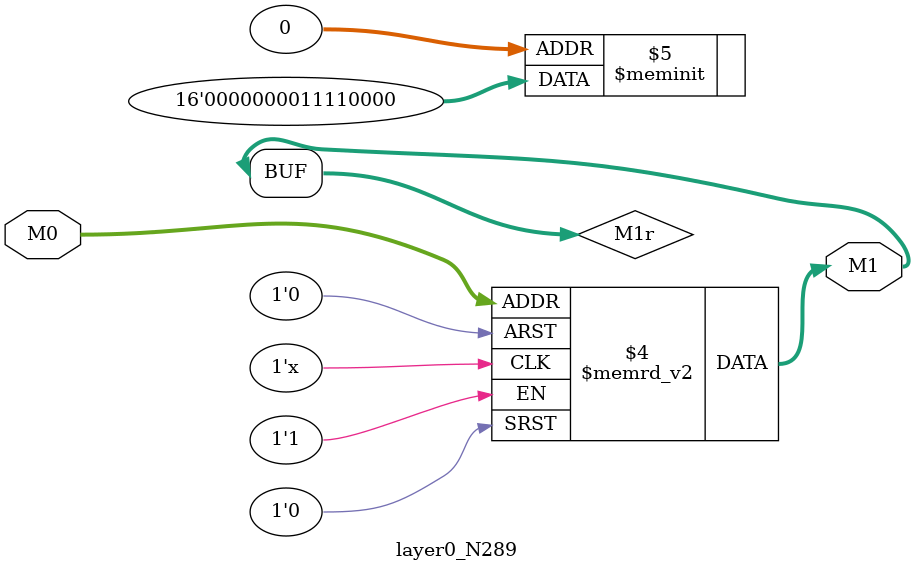
<source format=v>
module layer0_N289 ( input [2:0] M0, output [1:0] M1 );

	(*rom_style = "distributed" *) reg [1:0] M1r;
	assign M1 = M1r;
	always @ (M0) begin
		case (M0)
			3'b000: M1r = 2'b00;
			3'b100: M1r = 2'b00;
			3'b010: M1r = 2'b11;
			3'b110: M1r = 2'b00;
			3'b001: M1r = 2'b00;
			3'b101: M1r = 2'b00;
			3'b011: M1r = 2'b11;
			3'b111: M1r = 2'b00;

		endcase
	end
endmodule

</source>
